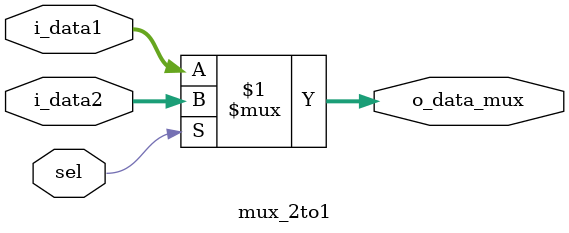
<source format=sv>
module mux_2to1 
#(parameter WIDTH = 32) (
   input logic  [WIDTH-1:0] i_data1, i_data2, 
	input logic 			    sel,
	output logic [WIDTH-1:0] o_data_mux
	
);

assign o_data_mux = sel ? i_data2 : i_data1;

endmodule 
</source>
